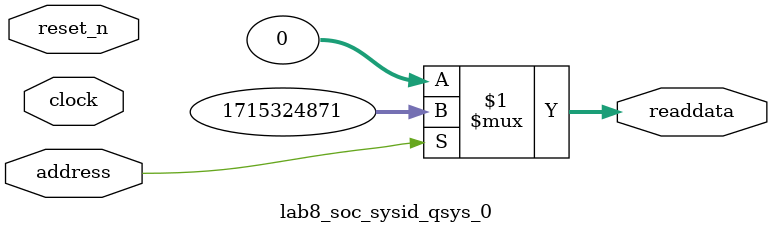
<source format=v>



// synthesis translate_off
`timescale 1ns / 1ps
// synthesis translate_on

// turn off superfluous verilog processor warnings 
// altera message_level Level1 
// altera message_off 10034 10035 10036 10037 10230 10240 10030 

module lab8_soc_sysid_qsys_0 (
               // inputs:
                address,
                clock,
                reset_n,

               // outputs:
                readdata
             )
;

  output  [ 31: 0] readdata;
  input            address;
  input            clock;
  input            reset_n;

  wire    [ 31: 0] readdata;
  //control_slave, which is an e_avalon_slave
  assign readdata = address ? 1715324871 : 0;

endmodule



</source>
